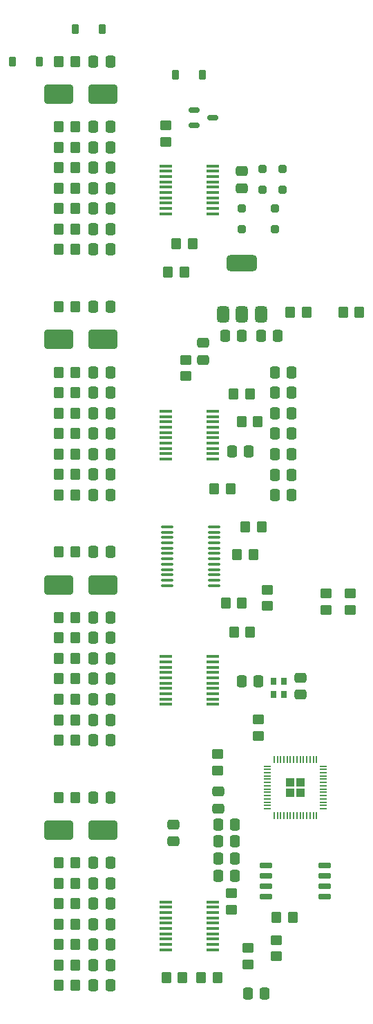
<source format=gbr>
%TF.GenerationSoftware,KiCad,Pcbnew,8.0.1*%
%TF.CreationDate,2024-04-24T01:01:48-07:00*%
%TF.ProjectId,BatteryTelemetry,42617474-6572-4795-9465-6c656d657472,rev?*%
%TF.SameCoordinates,Original*%
%TF.FileFunction,Paste,Top*%
%TF.FilePolarity,Positive*%
%FSLAX46Y46*%
G04 Gerber Fmt 4.6, Leading zero omitted, Abs format (unit mm)*
G04 Created by KiCad (PCBNEW 8.0.1) date 2024-04-24 01:01:48*
%MOMM*%
%LPD*%
G01*
G04 APERTURE LIST*
G04 Aperture macros list*
%AMRoundRect*
0 Rectangle with rounded corners*
0 $1 Rounding radius*
0 $2 $3 $4 $5 $6 $7 $8 $9 X,Y pos of 4 corners*
0 Add a 4 corners polygon primitive as box body*
4,1,4,$2,$3,$4,$5,$6,$7,$8,$9,$2,$3,0*
0 Add four circle primitives for the rounded corners*
1,1,$1+$1,$2,$3*
1,1,$1+$1,$4,$5*
1,1,$1+$1,$6,$7*
1,1,$1+$1,$8,$9*
0 Add four rect primitives between the rounded corners*
20,1,$1+$1,$2,$3,$4,$5,0*
20,1,$1+$1,$4,$5,$6,$7,0*
20,1,$1+$1,$6,$7,$8,$9,0*
20,1,$1+$1,$8,$9,$2,$3,0*%
G04 Aperture macros list end*
%ADD10RoundRect,0.250000X-0.475000X0.337500X-0.475000X-0.337500X0.475000X-0.337500X0.475000X0.337500X0*%
%ADD11RoundRect,0.250000X-0.337500X-0.475000X0.337500X-0.475000X0.337500X0.475000X-0.337500X0.475000X0*%
%ADD12RoundRect,0.375000X0.375000X-0.625000X0.375000X0.625000X-0.375000X0.625000X-0.375000X-0.625000X0*%
%ADD13RoundRect,0.500000X1.400000X-0.500000X1.400000X0.500000X-1.400000X0.500000X-1.400000X-0.500000X0*%
%ADD14RoundRect,0.250000X-0.350000X-0.450000X0.350000X-0.450000X0.350000X0.450000X-0.350000X0.450000X0*%
%ADD15RoundRect,0.250000X0.350000X0.450000X-0.350000X0.450000X-0.350000X-0.450000X0.350000X-0.450000X0*%
%ADD16RoundRect,0.100000X-0.637500X-0.100000X0.637500X-0.100000X0.637500X0.100000X-0.637500X0.100000X0*%
%ADD17RoundRect,0.150000X0.650000X0.150000X-0.650000X0.150000X-0.650000X-0.150000X0.650000X-0.150000X0*%
%ADD18R,1.571900X0.406800*%
%ADD19RoundRect,0.250000X1.500000X0.900000X-1.500000X0.900000X-1.500000X-0.900000X1.500000X-0.900000X0*%
%ADD20RoundRect,0.250000X0.337500X0.475000X-0.337500X0.475000X-0.337500X-0.475000X0.337500X-0.475000X0*%
%ADD21RoundRect,0.250000X0.450000X-0.350000X0.450000X0.350000X-0.450000X0.350000X-0.450000X-0.350000X0*%
%ADD22RoundRect,0.225000X-0.225000X-0.375000X0.225000X-0.375000X0.225000X0.375000X-0.225000X0.375000X0*%
%ADD23RoundRect,0.250000X0.250000X-0.250000X0.250000X0.250000X-0.250000X0.250000X-0.250000X-0.250000X0*%
%ADD24RoundRect,0.150000X-0.512500X-0.150000X0.512500X-0.150000X0.512500X0.150000X-0.512500X0.150000X0*%
%ADD25RoundRect,0.250000X0.475000X-0.337500X0.475000X0.337500X-0.475000X0.337500X-0.475000X-0.337500X0*%
%ADD26RoundRect,0.250000X-0.250000X0.250000X-0.250000X-0.250000X0.250000X-0.250000X0.250000X0.250000X0*%
%ADD27RoundRect,0.250000X-0.450000X0.350000X-0.450000X-0.350000X0.450000X-0.350000X0.450000X0.350000X0*%
%ADD28RoundRect,0.250000X0.292217X0.292217X-0.292217X0.292217X-0.292217X-0.292217X0.292217X-0.292217X0*%
%ADD29RoundRect,0.050000X0.387500X0.050000X-0.387500X0.050000X-0.387500X-0.050000X0.387500X-0.050000X0*%
%ADD30RoundRect,0.050000X0.050000X0.387500X-0.050000X0.387500X-0.050000X-0.387500X0.050000X-0.387500X0*%
%ADD31RoundRect,0.225000X0.225000X0.375000X-0.225000X0.375000X-0.225000X-0.375000X0.225000X-0.375000X0*%
%ADD32R,0.800000X0.900000*%
G04 APERTURE END LIST*
D10*
%TO.C,C50*%
X59700000Y-66425000D03*
X59700000Y-68500000D03*
%TD*%
D11*
%TO.C,C21*%
X46275000Y-115000000D03*
X48350000Y-115000000D03*
%TD*%
D12*
%TO.C,U2*%
X62175000Y-62950000D03*
X64475000Y-62950000D03*
D13*
X64475000Y-56650000D03*
D12*
X66775000Y-62950000D03*
%TD*%
D14*
%TO.C,R6*%
X42000000Y-52500000D03*
X44000000Y-52500000D03*
%TD*%
D11*
%TO.C,C9*%
X46275000Y-72500000D03*
X48350000Y-72500000D03*
%TD*%
D15*
%TO.C,R43*%
X70675000Y-136675000D03*
X68675000Y-136675000D03*
%TD*%
D14*
%TO.C,R15*%
X42000000Y-100000000D03*
X44000000Y-100000000D03*
%TD*%
D15*
%TO.C,R47*%
X65425000Y-72650000D03*
X63425000Y-72650000D03*
%TD*%
D16*
%TO.C,U4*%
X55325000Y-88925000D03*
X55325000Y-89575000D03*
X55325000Y-90225000D03*
X55325000Y-90875000D03*
X55325000Y-91525000D03*
X55325000Y-92175000D03*
X55325000Y-92825000D03*
X55325000Y-93475000D03*
X55325000Y-94125000D03*
X55325000Y-94775000D03*
X55325000Y-95425000D03*
X55325000Y-96075000D03*
X61050000Y-96075000D03*
X61050000Y-95425000D03*
X61050000Y-94775000D03*
X61050000Y-94125000D03*
X61050000Y-93475000D03*
X61050000Y-92825000D03*
X61050000Y-92175000D03*
X61050000Y-91525000D03*
X61050000Y-90875000D03*
X61050000Y-90225000D03*
X61050000Y-89575000D03*
X61050000Y-88925000D03*
%TD*%
D17*
%TO.C,U3*%
X74612500Y-134165000D03*
X74612500Y-132895000D03*
X74612500Y-131625000D03*
X74612500Y-130355000D03*
X67412500Y-130355000D03*
X67412500Y-131625000D03*
X67412500Y-132895000D03*
X67412500Y-134165000D03*
%TD*%
D18*
%TO.C,IC3*%
X55128300Y-104765000D03*
X55128300Y-105415000D03*
X55128300Y-106065000D03*
X55128300Y-106715000D03*
X55128300Y-107365000D03*
X55128300Y-108015000D03*
X55128300Y-108665000D03*
X55128300Y-109315000D03*
X55128300Y-109965000D03*
X55128300Y-110615000D03*
X60871700Y-110615000D03*
X60871700Y-109965000D03*
X60871700Y-109315000D03*
X60871700Y-108665000D03*
X60871700Y-108015000D03*
X60871700Y-107365000D03*
X60871700Y-106715000D03*
X60871700Y-106065000D03*
X60871700Y-105415000D03*
X60871700Y-104765000D03*
%TD*%
D19*
%TO.C,D13*%
X47400000Y-126000000D03*
X42000000Y-126000000D03*
%TD*%
D14*
%TO.C,R31*%
X42000000Y-62000000D03*
X44000000Y-62000000D03*
%TD*%
D20*
%TO.C,C47*%
X63600000Y-129450000D03*
X61525000Y-129450000D03*
%TD*%
D15*
%TO.C,R45*%
X57425000Y-57725000D03*
X55425000Y-57725000D03*
%TD*%
D14*
%TO.C,R22*%
X42000000Y-130000000D03*
X44000000Y-130000000D03*
%TD*%
%TO.C,R18*%
X42000000Y-107500000D03*
X44000000Y-107500000D03*
%TD*%
%TO.C,R1*%
X42000000Y-40000000D03*
X44000000Y-40000000D03*
%TD*%
D11*
%TO.C,C34*%
X66787500Y-65575000D03*
X68862500Y-65575000D03*
%TD*%
D14*
%TO.C,R17*%
X42000000Y-105000000D03*
X44000000Y-105000000D03*
%TD*%
D11*
%TO.C,C8*%
X46275000Y-70000000D03*
X48350000Y-70000000D03*
%TD*%
%TO.C,C25*%
X46275000Y-137500000D03*
X48350000Y-137500000D03*
%TD*%
D21*
%TO.C,R54*%
X67600000Y-98600000D03*
X67600000Y-96600000D03*
%TD*%
D10*
%TO.C,C52*%
X56100000Y-125300000D03*
X56100000Y-127375000D03*
%TD*%
D11*
%TO.C,C39*%
X68500000Y-75025000D03*
X70575000Y-75025000D03*
%TD*%
D14*
%TO.C,R32*%
X42000000Y-92000000D03*
X44000000Y-92000000D03*
%TD*%
D11*
%TO.C,C40*%
X68500000Y-77525000D03*
X70575000Y-77525000D03*
%TD*%
%TO.C,C43*%
X68500000Y-85025000D03*
X70575000Y-85025000D03*
%TD*%
D22*
%TO.C,D1*%
X44000000Y-28075000D03*
X47300000Y-28075000D03*
%TD*%
D14*
%TO.C,R9*%
X42000000Y-72500000D03*
X44000000Y-72500000D03*
%TD*%
D11*
%TO.C,C16*%
X46275000Y-102500000D03*
X48350000Y-102500000D03*
%TD*%
%TO.C,C36*%
X65200000Y-146000000D03*
X67275000Y-146000000D03*
%TD*%
D14*
%TO.C,R24*%
X42000000Y-135000000D03*
X44000000Y-135000000D03*
%TD*%
D23*
%TO.C,D5*%
X69475000Y-47675000D03*
X69475000Y-45175000D03*
%TD*%
D11*
%TO.C,C10*%
X46275000Y-75000000D03*
X48350000Y-75000000D03*
%TD*%
%TO.C,C17*%
X46275000Y-105000000D03*
X48350000Y-105000000D03*
%TD*%
D21*
%TO.C,R55*%
X61500000Y-118700000D03*
X61500000Y-116700000D03*
%TD*%
D11*
%TO.C,C5*%
X46275000Y-50000000D03*
X48350000Y-50000000D03*
%TD*%
D19*
%TO.C,D10*%
X47400000Y-36000000D03*
X42000000Y-36000000D03*
%TD*%
D14*
%TO.C,R36*%
X63875000Y-92275000D03*
X65875000Y-92275000D03*
%TD*%
D11*
%TO.C,C31*%
X46275000Y-62000000D03*
X48350000Y-62000000D03*
%TD*%
D14*
%TO.C,R23*%
X42000000Y-132500000D03*
X44000000Y-132500000D03*
%TD*%
D15*
%TO.C,R48*%
X65475000Y-101800000D03*
X63475000Y-101800000D03*
%TD*%
D14*
%TO.C,R30*%
X42000000Y-32000000D03*
X44000000Y-32000000D03*
%TD*%
D19*
%TO.C,D11*%
X47400000Y-66000000D03*
X42000000Y-66000000D03*
%TD*%
D11*
%TO.C,C11*%
X46275000Y-77500000D03*
X48350000Y-77500000D03*
%TD*%
D24*
%TO.C,Q1*%
X58596700Y-37950000D03*
X58596700Y-39850000D03*
X60871700Y-38900000D03*
%TD*%
D11*
%TO.C,C14*%
X46275000Y-85000000D03*
X48350000Y-85000000D03*
%TD*%
D23*
%TO.C,D6*%
X66975000Y-47675000D03*
X66975000Y-45175000D03*
%TD*%
D14*
%TO.C,R12*%
X42000000Y-80000000D03*
X44000000Y-80000000D03*
%TD*%
%TO.C,R13*%
X42000000Y-82500000D03*
X44000000Y-82500000D03*
%TD*%
%TO.C,R10*%
X42000000Y-75000000D03*
X44000000Y-75000000D03*
%TD*%
%TO.C,R11*%
X42000000Y-77500000D03*
X44000000Y-77500000D03*
%TD*%
D11*
%TO.C,C37*%
X68500000Y-70025000D03*
X70575000Y-70025000D03*
%TD*%
D25*
%TO.C,C49*%
X71612500Y-109425000D03*
X71612500Y-107350000D03*
%TD*%
D15*
%TO.C,R46*%
X66425000Y-76065000D03*
X64425000Y-76065000D03*
%TD*%
D26*
%TO.C,D7*%
X64475000Y-50000000D03*
X64475000Y-52500000D03*
%TD*%
D27*
%TO.C,R29*%
X55128300Y-39850000D03*
X55128300Y-41850000D03*
%TD*%
D21*
%TO.C,R52*%
X65200000Y-142400000D03*
X65200000Y-140400000D03*
%TD*%
D14*
%TO.C,R38*%
X70400000Y-62700000D03*
X72400000Y-62700000D03*
%TD*%
%TO.C,R14*%
X42000000Y-85000000D03*
X44000000Y-85000000D03*
%TD*%
D28*
%TO.C,U1*%
X71650000Y-121412500D03*
X71650000Y-120137500D03*
X70375000Y-121412500D03*
X70375000Y-120137500D03*
D29*
X74450000Y-123375000D03*
X74450000Y-122975000D03*
X74450000Y-122575000D03*
X74450000Y-122175000D03*
X74450000Y-121775000D03*
X74450000Y-121375000D03*
X74450000Y-120975000D03*
X74450000Y-120575000D03*
X74450000Y-120175000D03*
X74450000Y-119775000D03*
X74450000Y-119375000D03*
X74450000Y-118975000D03*
X74450000Y-118575000D03*
X74450000Y-118175000D03*
D30*
X73612500Y-117337500D03*
X73212500Y-117337500D03*
X72812500Y-117337500D03*
X72412500Y-117337500D03*
X72012500Y-117337500D03*
X71612500Y-117337500D03*
X71212500Y-117337500D03*
X70812500Y-117337500D03*
X70412500Y-117337500D03*
X70012500Y-117337500D03*
X69612500Y-117337500D03*
X69212500Y-117337500D03*
X68812500Y-117337500D03*
X68412500Y-117337500D03*
D29*
X67575000Y-118175000D03*
X67575000Y-118575000D03*
X67575000Y-118975000D03*
X67575000Y-119375000D03*
X67575000Y-119775000D03*
X67575000Y-120175000D03*
X67575000Y-120575000D03*
X67575000Y-120975000D03*
X67575000Y-121375000D03*
X67575000Y-121775000D03*
X67575000Y-122175000D03*
X67575000Y-122575000D03*
X67575000Y-122975000D03*
X67575000Y-123375000D03*
D30*
X68412500Y-124212500D03*
X68812500Y-124212500D03*
X69212500Y-124212500D03*
X69612500Y-124212500D03*
X70012500Y-124212500D03*
X70412500Y-124212500D03*
X70812500Y-124212500D03*
X71212500Y-124212500D03*
X71612500Y-124212500D03*
X72012500Y-124212500D03*
X72412500Y-124212500D03*
X72812500Y-124212500D03*
X73212500Y-124212500D03*
X73612500Y-124212500D03*
%TD*%
D27*
%TO.C,R39*%
X77775000Y-97050000D03*
X77775000Y-99050000D03*
%TD*%
D14*
%TO.C,R37*%
X76850000Y-62700000D03*
X78850000Y-62700000D03*
%TD*%
D21*
%TO.C,R53*%
X57600000Y-70500000D03*
X57600000Y-68500000D03*
%TD*%
D11*
%TO.C,C6*%
X46275000Y-52500000D03*
X48350000Y-52500000D03*
%TD*%
D14*
%TO.C,R20*%
X42000000Y-112500000D03*
X44000000Y-112500000D03*
%TD*%
D18*
%TO.C,IC1*%
X55128300Y-44765000D03*
X55128300Y-45415000D03*
X55128300Y-46065000D03*
X55128300Y-46715000D03*
X55128300Y-47365000D03*
X55128300Y-48015000D03*
X55128300Y-48665000D03*
X55128300Y-49315000D03*
X55128300Y-49965000D03*
X55128300Y-50615000D03*
X60871700Y-50615000D03*
X60871700Y-49965000D03*
X60871700Y-49315000D03*
X60871700Y-48665000D03*
X60871700Y-48015000D03*
X60871700Y-47365000D03*
X60871700Y-46715000D03*
X60871700Y-46065000D03*
X60871700Y-45415000D03*
X60871700Y-44765000D03*
%TD*%
D11*
%TO.C,C19*%
X46275000Y-110000000D03*
X48350000Y-110000000D03*
%TD*%
%TO.C,C33*%
X46275000Y-122000000D03*
X48350000Y-122000000D03*
%TD*%
D14*
%TO.C,R28*%
X42000000Y-145000000D03*
X44000000Y-145000000D03*
%TD*%
D21*
%TO.C,R40*%
X74775000Y-99050000D03*
X74775000Y-97050000D03*
%TD*%
D11*
%TO.C,C28*%
X46275000Y-145000000D03*
X48350000Y-145000000D03*
%TD*%
D15*
%TO.C,R49*%
X64475000Y-98250000D03*
X62475000Y-98250000D03*
%TD*%
D19*
%TO.C,D12*%
X47400000Y-96000000D03*
X42000000Y-96000000D03*
%TD*%
D14*
%TO.C,R4*%
X42000000Y-47525000D03*
X44000000Y-47525000D03*
%TD*%
D21*
%TO.C,R42*%
X66500000Y-114450000D03*
X66500000Y-112450000D03*
%TD*%
D26*
%TO.C,D4*%
X68475000Y-50000000D03*
X68475000Y-52500000D03*
%TD*%
D14*
%TO.C,R3*%
X42000000Y-45000000D03*
X44000000Y-45000000D03*
%TD*%
D21*
%TO.C,R41*%
X68675000Y-141425000D03*
X68675000Y-139425000D03*
%TD*%
D11*
%TO.C,C41*%
X68500000Y-80025000D03*
X70575000Y-80025000D03*
%TD*%
%TO.C,C15*%
X46275000Y-100000000D03*
X48350000Y-100000000D03*
%TD*%
%TO.C,C27*%
X46275000Y-142500000D03*
X48350000Y-142500000D03*
%TD*%
D18*
%TO.C,IC4*%
X55128300Y-134765000D03*
X55128300Y-135415000D03*
X55128300Y-136065000D03*
X55128300Y-136715000D03*
X55128300Y-137365000D03*
X55128300Y-138015000D03*
X55128300Y-138665000D03*
X55128300Y-139315000D03*
X55128300Y-139965000D03*
X55128300Y-140615000D03*
X60871700Y-140615000D03*
X60871700Y-139965000D03*
X60871700Y-139315000D03*
X60871700Y-138665000D03*
X60871700Y-138015000D03*
X60871700Y-137365000D03*
X60871700Y-136715000D03*
X60871700Y-136065000D03*
X60871700Y-135415000D03*
X60871700Y-134765000D03*
%TD*%
D14*
%TO.C,R35*%
X64875000Y-88925000D03*
X66875000Y-88925000D03*
%TD*%
D31*
%TO.C,D2*%
X39650000Y-32000000D03*
X36350000Y-32000000D03*
%TD*%
D11*
%TO.C,C1*%
X46275000Y-40000000D03*
X48350000Y-40000000D03*
%TD*%
D14*
%TO.C,R27*%
X42000000Y-142500000D03*
X44000000Y-142500000D03*
%TD*%
D11*
%TO.C,C23*%
X46275000Y-132500000D03*
X48350000Y-132500000D03*
%TD*%
D27*
%TO.C,R56*%
X63200000Y-133700000D03*
X63200000Y-135700000D03*
%TD*%
D20*
%TO.C,C45*%
X63600000Y-127375000D03*
X61525000Y-127375000D03*
%TD*%
D14*
%TO.C,R34*%
X61050000Y-84250000D03*
X63050000Y-84250000D03*
%TD*%
D11*
%TO.C,C12*%
X46275000Y-80000000D03*
X48350000Y-80000000D03*
%TD*%
D14*
%TO.C,R25*%
X42000000Y-137500000D03*
X44000000Y-137500000D03*
%TD*%
%TO.C,R19*%
X42000000Y-110000000D03*
X44000000Y-110000000D03*
%TD*%
D11*
%TO.C,C13*%
X46275000Y-82500000D03*
X48350000Y-82500000D03*
%TD*%
%TO.C,C18*%
X46275000Y-107500000D03*
X48350000Y-107500000D03*
%TD*%
D18*
%TO.C,IC2*%
X55128300Y-74765000D03*
X55128300Y-75415000D03*
X55128300Y-76065000D03*
X55128300Y-76715000D03*
X55128300Y-77365000D03*
X55128300Y-78015000D03*
X55128300Y-78665000D03*
X55128300Y-79315000D03*
X55128300Y-79965000D03*
X55128300Y-80615000D03*
X60871700Y-80615000D03*
X60871700Y-79965000D03*
X60871700Y-79315000D03*
X60871700Y-78665000D03*
X60871700Y-78015000D03*
X60871700Y-77365000D03*
X60871700Y-76715000D03*
X60871700Y-76065000D03*
X60871700Y-75415000D03*
X60871700Y-74765000D03*
%TD*%
D14*
%TO.C,R5*%
X42000000Y-50000000D03*
X44000000Y-50000000D03*
%TD*%
D20*
%TO.C,C35*%
X64475000Y-65575000D03*
X62400000Y-65575000D03*
%TD*%
D10*
%TO.C,C46*%
X61525000Y-121300000D03*
X61525000Y-123375000D03*
%TD*%
D15*
%TO.C,R44*%
X58425000Y-54300000D03*
X56425000Y-54300000D03*
%TD*%
D14*
%TO.C,R7*%
X42000000Y-55000000D03*
X44000000Y-55000000D03*
%TD*%
D20*
%TO.C,C53*%
X63600000Y-131600000D03*
X61525000Y-131600000D03*
%TD*%
D11*
%TO.C,C2*%
X46275000Y-42500000D03*
X48350000Y-42500000D03*
%TD*%
%TO.C,C7*%
X46275000Y-55000000D03*
X48350000Y-55000000D03*
%TD*%
%TO.C,C30*%
X46275000Y-32000000D03*
X48350000Y-32000000D03*
%TD*%
%TO.C,C51*%
X63225000Y-79700000D03*
X65300000Y-79700000D03*
%TD*%
%TO.C,C20*%
X46275000Y-112500000D03*
X48350000Y-112500000D03*
%TD*%
D20*
%TO.C,C48*%
X66500000Y-107775000D03*
X64425000Y-107775000D03*
%TD*%
D31*
%TO.C,D3*%
X59584200Y-33650000D03*
X56284200Y-33650000D03*
%TD*%
D11*
%TO.C,C24*%
X46275000Y-135000000D03*
X48350000Y-135000000D03*
%TD*%
D15*
%TO.C,R51*%
X57200000Y-144000000D03*
X55200000Y-144000000D03*
%TD*%
D14*
%TO.C,R2*%
X42000000Y-42500000D03*
X44000000Y-42500000D03*
%TD*%
%TO.C,R21*%
X42000000Y-115000000D03*
X44000000Y-115000000D03*
%TD*%
D11*
%TO.C,C38*%
X68500000Y-72525000D03*
X70575000Y-72525000D03*
%TD*%
%TO.C,C3*%
X46275000Y-45000000D03*
X48350000Y-45000000D03*
%TD*%
%TO.C,C26*%
X46275000Y-140000000D03*
X48350000Y-140000000D03*
%TD*%
D15*
%TO.C,R50*%
X61446700Y-144000000D03*
X59446700Y-144000000D03*
%TD*%
D11*
%TO.C,C32*%
X46275000Y-92000000D03*
X48350000Y-92000000D03*
%TD*%
%TO.C,C22*%
X46275000Y-130000000D03*
X48350000Y-130000000D03*
%TD*%
D32*
%TO.C,Y1*%
X69600000Y-109425000D03*
X69600000Y-107775000D03*
X68350000Y-107775000D03*
X68350000Y-109425000D03*
%TD*%
D20*
%TO.C,C44*%
X63600000Y-125350000D03*
X61525000Y-125350000D03*
%TD*%
D10*
%TO.C,C29*%
X64475000Y-45400000D03*
X64475000Y-47475000D03*
%TD*%
D11*
%TO.C,C42*%
X68500000Y-82525000D03*
X70575000Y-82525000D03*
%TD*%
D14*
%TO.C,R33*%
X42000000Y-122000000D03*
X44000000Y-122000000D03*
%TD*%
%TO.C,R26*%
X42000000Y-140000000D03*
X44000000Y-140000000D03*
%TD*%
%TO.C,R16*%
X42000000Y-102500000D03*
X44000000Y-102500000D03*
%TD*%
%TO.C,R8*%
X42000000Y-70000000D03*
X44000000Y-70000000D03*
%TD*%
D11*
%TO.C,C4*%
X46275000Y-47525000D03*
X48350000Y-47525000D03*
%TD*%
M02*

</source>
